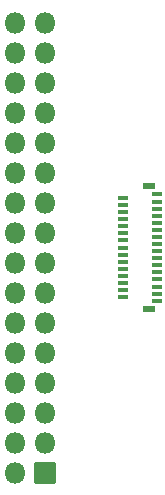
<source format=gbr>
%TF.GenerationSoftware,KiCad,Pcbnew,5.99.0-unknown-8eca23aabe~115~ubuntu20.04.1*%
%TF.CreationDate,2021-02-02T12:30:47+00:00*%
%TF.ProjectId,31pin_lcd_breakout,33317069-6e5f-46c6-9364-5f627265616b,rev?*%
%TF.SameCoordinates,Original*%
%TF.FileFunction,Soldermask,Top*%
%TF.FilePolarity,Negative*%
%FSLAX46Y46*%
G04 Gerber Fmt 4.6, Leading zero omitted, Abs format (unit mm)*
G04 Created by KiCad (PCBNEW 5.99.0-unknown-8eca23aabe~115~ubuntu20.04.1) date 2021-02-02 12:30:47*
%MOMM*%
%LPD*%
G01*
G04 APERTURE LIST*
G04 Aperture macros list*
%AMRoundRect*
0 Rectangle with rounded corners*
0 $1 Rounding radius*
0 $2 $3 $4 $5 $6 $7 $8 $9 X,Y pos of 4 corners*
0 Add a 4 corners polygon primitive as box body*
4,1,4,$2,$3,$4,$5,$6,$7,$8,$9,$2,$3,0*
0 Add four circle primitives for the rounded corners*
1,1,$1+$1,$2,$3*
1,1,$1+$1,$4,$5*
1,1,$1+$1,$6,$7*
1,1,$1+$1,$8,$9*
0 Add four rect primitives between the rounded corners*
20,1,$1+$1,$2,$3,$4,$5,0*
20,1,$1+$1,$4,$5,$6,$7,0*
20,1,$1+$1,$6,$7,$8,$9,0*
20,1,$1+$1,$8,$9,$2,$3,0*%
G04 Aperture macros list end*
%ADD10RoundRect,0.050000X0.850000X0.850000X-0.850000X0.850000X-0.850000X-0.850000X0.850000X-0.850000X0*%
%ADD11O,1.800000X1.800000*%
%ADD12RoundRect,0.050000X0.350000X-0.150000X0.350000X0.150000X-0.350000X0.150000X-0.350000X-0.150000X0*%
%ADD13RoundRect,0.050000X0.475000X-0.225000X0.475000X0.225000X-0.475000X0.225000X-0.475000X-0.225000X0*%
G04 APERTURE END LIST*
D10*
%TO.C,J1*%
X146939000Y-95250000D03*
D11*
X144399000Y-95250000D03*
X146939000Y-92710000D03*
X144399000Y-92710000D03*
X146939000Y-90170000D03*
X144399000Y-90170000D03*
X146939000Y-87630000D03*
X144399000Y-87630000D03*
X146939000Y-85090000D03*
X144399000Y-85090000D03*
X146939000Y-82550000D03*
X144399000Y-82550000D03*
X146939000Y-80010000D03*
X144399000Y-80010000D03*
X146939000Y-77470000D03*
X144399000Y-77470000D03*
X146939000Y-74930000D03*
X144399000Y-74930000D03*
X146939000Y-72390000D03*
X144399000Y-72390000D03*
X146939000Y-69850000D03*
X144399000Y-69850000D03*
X146939000Y-67310000D03*
X144399000Y-67310000D03*
X146939000Y-64770000D03*
X144399000Y-64770000D03*
X146939000Y-62230000D03*
X144399000Y-62230000D03*
X146939000Y-59690000D03*
X144399000Y-59690000D03*
X146939000Y-57150000D03*
X144399000Y-57150000D03*
%TD*%
D12*
%TO.C,J2*%
X156450000Y-80700000D03*
X153550000Y-80400000D03*
X156450000Y-80100000D03*
X153550000Y-79800000D03*
X156450000Y-79500000D03*
X153550000Y-79200000D03*
X156450000Y-78900000D03*
X153550000Y-78600000D03*
X156450000Y-78300000D03*
X153550000Y-78000000D03*
X156450000Y-77700000D03*
X153550000Y-77400000D03*
X156450000Y-77100000D03*
X153550000Y-76800000D03*
X156450000Y-76500000D03*
X153550000Y-76200000D03*
X156450000Y-75900000D03*
X153550000Y-75600000D03*
X156450000Y-75300000D03*
X153550000Y-75000000D03*
X156450000Y-74700000D03*
X153550000Y-74400000D03*
X156450000Y-74100000D03*
X153550000Y-73800000D03*
X156450000Y-73500000D03*
X153550000Y-73200000D03*
X156450000Y-72900000D03*
X153550000Y-72600000D03*
X156450000Y-72300000D03*
X153550000Y-72000000D03*
X156450000Y-71700000D03*
D13*
X155775000Y-71000000D03*
X155775000Y-81400000D03*
%TD*%
M02*

</source>
